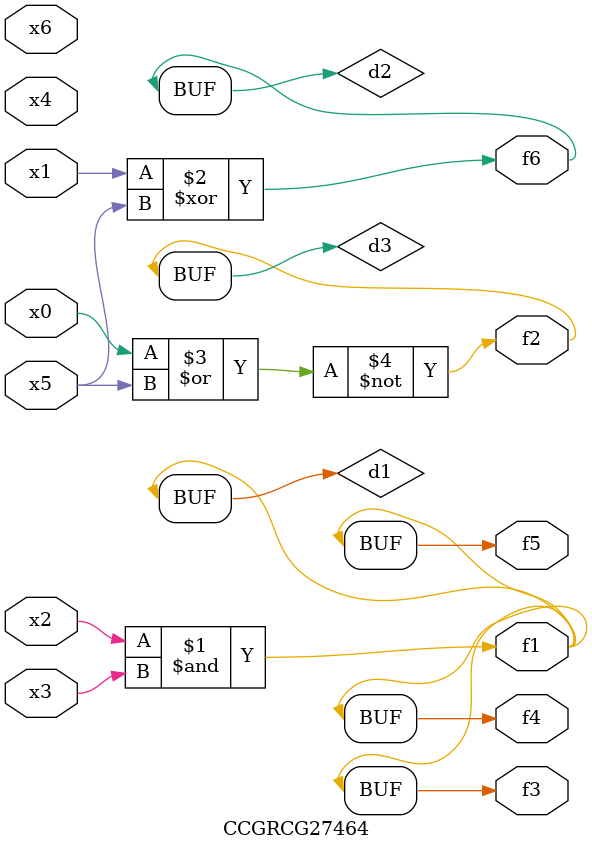
<source format=v>
module CCGRCG27464(
	input x0, x1, x2, x3, x4, x5, x6,
	output f1, f2, f3, f4, f5, f6
);

	wire d1, d2, d3;

	and (d1, x2, x3);
	xor (d2, x1, x5);
	nor (d3, x0, x5);
	assign f1 = d1;
	assign f2 = d3;
	assign f3 = d1;
	assign f4 = d1;
	assign f5 = d1;
	assign f6 = d2;
endmodule

</source>
